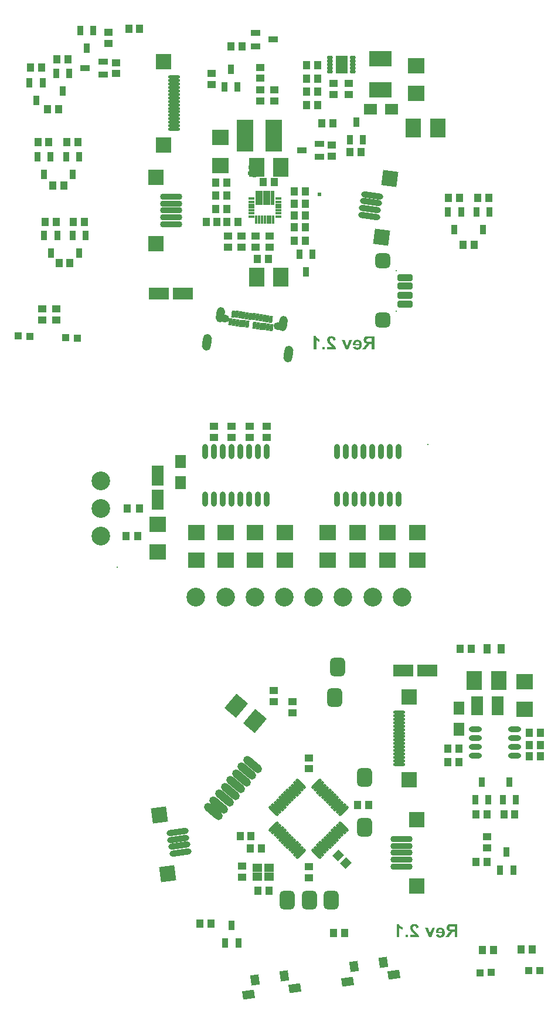
<source format=gbs>
G04 Layer_Color=16711935*
%FSLAX44Y44*%
%MOMM*%
G71*
G01*
G75*
%ADD40C,0.6096*%
%ADD95R,1.1032X1.3032*%
%ADD98R,1.3032X1.1032*%
%ADD106R,2.2032X2.7032*%
G04:AMPARAMS|DCode=110|XSize=0.5032mm|YSize=1.9032mm|CornerRadius=0mm|HoleSize=0mm|Usage=FLASHONLY|Rotation=135.000|XOffset=0mm|YOffset=0mm|HoleType=Round|Shape=Round|*
%AMOVALD110*
21,1,1.4000,0.5032,0.0000,0.0000,225.0*
1,1,0.5032,0.4950,0.4950*
1,1,0.5032,-0.4950,-0.4950*
%
%ADD110OVALD110*%

G04:AMPARAMS|DCode=111|XSize=0.5032mm|YSize=1.9032mm|CornerRadius=0mm|HoleSize=0mm|Usage=FLASHONLY|Rotation=45.000|XOffset=0mm|YOffset=0mm|HoleType=Round|Shape=Round|*
%AMOVALD111*
21,1,1.4000,0.5032,0.0000,0.0000,135.0*
1,1,0.5032,0.4950,-0.4950*
1,1,0.5032,-0.4950,0.4950*
%
%ADD111OVALD111*%

%ADD113R,0.9532X1.3532*%
%ADD114R,2.9532X1.7532*%
G04:AMPARAMS|DCode=118|XSize=1.9192mm|YSize=1.0612mm|CornerRadius=0mm|HoleSize=0mm|Usage=FLASHONLY|Rotation=352.000|XOffset=0mm|YOffset=0mm|HoleType=Round|Shape=Round|*
%AMOVALD118*
21,1,0.8580,1.0612,0.0000,0.0000,352.0*
1,1,1.0612,-0.4248,0.0597*
1,1,1.0612,0.4248,-0.0597*
%
%ADD118OVALD118*%

G04:AMPARAMS|DCode=119|XSize=2.2192mm|YSize=1.2112mm|CornerRadius=0mm|HoleSize=0mm|Usage=FLASHONLY|Rotation=82.000|XOffset=0mm|YOffset=0mm|HoleType=Round|Shape=Round|*
%AMOVALD119*
21,1,1.0080,1.2112,0.0000,0.0000,82.0*
1,1,1.2112,-0.0701,-0.4991*
1,1,1.2112,0.0701,0.4991*
%
%ADD119OVALD119*%

G04:AMPARAMS|DCode=120|XSize=2.4032mm|YSize=1.3032mm|CornerRadius=0mm|HoleSize=0mm|Usage=FLASHONLY|Rotation=82.000|XOffset=0mm|YOffset=0mm|HoleType=Round|Shape=Round|*
%AMOVALD120*
21,1,1.1000,1.3032,0.0000,0.0000,82.0*
1,1,1.3032,-0.0766,-0.5446*
1,1,1.3032,0.0766,0.5446*
%
%ADD120OVALD120*%

%ADD121C,0.7032*%
%ADD122C,0.2032*%
%ADD123C,2.7032*%
%ADD124O,3.2032X0.9032*%
%ADD125R,2.2032X2.2032*%
G04:AMPARAMS|DCode=126|XSize=2.2032mm|YSize=2.7032mm|CornerRadius=0mm|HoleSize=0mm|Usage=FLASHONLY|Rotation=140.000|XOffset=0mm|YOffset=0mm|HoleType=Round|Shape=Rectangle|*
%AMROTATEDRECTD126*
4,1,4,1.7127,0.3273,-0.0249,-1.7435,-1.7127,-0.3273,0.0249,1.7435,1.7127,0.3273,0.0*
%
%ADD126ROTATEDRECTD126*%

%ADD127O,1.9032X0.8032*%
%ADD128R,1.0032X1.4732*%
%ADD129R,1.5032X1.9032*%
%ADD130R,1.7032X2.7032*%
G04:AMPARAMS|DCode=131|XSize=1.2032mm|YSize=3.2032mm|CornerRadius=0mm|HoleSize=0mm|Usage=FLASHONLY|Rotation=230.000|XOffset=0mm|YOffset=0mm|HoleType=Round|Shape=Round|*
%AMOVALD131*
21,1,2.0000,1.2032,0.0000,0.0000,320.0*
1,1,1.2032,-0.7660,0.6428*
1,1,1.2032,0.7660,-0.6428*
%
%ADD131OVALD131*%

G04:AMPARAMS|DCode=132|XSize=1.2032mm|YSize=1.4732mm|CornerRadius=0mm|HoleSize=0mm|Usage=FLASHONLY|Rotation=188.000|XOffset=0mm|YOffset=0mm|HoleType=Round|Shape=Rectangle|*
%AMROTATEDRECTD132*
4,1,4,0.4932,0.8132,0.6983,-0.6457,-0.4932,-0.8132,-0.6983,0.6457,0.4932,0.8132,0.0*
%
%ADD132ROTATEDRECTD132*%

G04:AMPARAMS|DCode=133|XSize=1.2032mm|YSize=1.7032mm|CornerRadius=0mm|HoleSize=0mm|Usage=FLASHONLY|Rotation=98.000|XOffset=0mm|YOffset=0mm|HoleType=Round|Shape=Rectangle|*
%AMROTATEDRECTD133*
4,1,4,0.9270,-0.4772,-0.7596,-0.7143,-0.9270,0.4772,0.7596,0.7143,0.9270,-0.4772,0.0*
%
%ADD133ROTATEDRECTD133*%

%ADD134R,1.4032X1.2032*%
G04:AMPARAMS|DCode=135|XSize=1.3032mm|YSize=1.1032mm|CornerRadius=0mm|HoleSize=0mm|Usage=FLASHONLY|Rotation=225.000|XOffset=0mm|YOffset=0mm|HoleType=Round|Shape=Rectangle|*
%AMROTATEDRECTD135*
4,1,4,0.0707,0.8508,0.8508,0.0707,-0.0707,-0.8508,-0.8508,-0.0707,0.0707,0.8508,0.0*
%
%ADD135ROTATEDRECTD135*%

%ADD136O,1.7272X0.5032*%
%ADD137R,2.3532X2.3032*%
G04:AMPARAMS|DCode=138|XSize=2.2032mm|YSize=2.7032mm|CornerRadius=0.6016mm|HoleSize=0mm|Usage=FLASHONLY|Rotation=180.000|XOffset=0mm|YOffset=0mm|HoleType=Round|Shape=RoundedRectangle|*
%AMROUNDEDRECTD138*
21,1,2.2032,1.5000,0,0,180.0*
21,1,1.0000,2.7032,0,0,180.0*
1,1,1.2032,-0.5000,0.7500*
1,1,1.2032,0.5000,0.7500*
1,1,1.2032,0.5000,-0.7500*
1,1,1.2032,-0.5000,-0.7500*
%
%ADD138ROUNDEDRECTD138*%
%ADD139P,1.4187X4X137.0*%
%ADD140P,1.4187X4X138.0*%
G04:AMPARAMS|DCode=141|XSize=0.9032mm|YSize=3.2032mm|CornerRadius=0mm|HoleSize=0mm|Usage=FLASHONLY|Rotation=98.000|XOffset=0mm|YOffset=0mm|HoleType=Round|Shape=Round|*
%AMOVALD141*
21,1,2.3000,0.9032,0.0000,0.0000,188.0*
1,1,0.9032,1.1388,0.1600*
1,1,0.9032,-1.1388,-0.1600*
%
%ADD141OVALD141*%

%ADD142P,3.1158X4X143.0*%
%ADD143P,1.4187X4X311.0*%
%ADD144P,1.4187X4X312.0*%
%ADD145R,2.4532X4.6032*%
G04:AMPARAMS|DCode=146|XSize=1.0032mm|YSize=0.5032mm|CornerRadius=0mm|HoleSize=0mm|Usage=FLASHONLY|Rotation=82.000|XOffset=0mm|YOffset=0mm|HoleType=Round|Shape=Rectangle|*
%AMROTATEDRECTD146*
4,1,4,0.1793,-0.5317,-0.3190,-0.4617,-0.1793,0.5317,0.3190,0.4617,0.1793,-0.5317,0.0*
%
%ADD146ROTATEDRECTD146*%

%ADD147R,1.3532X0.9532*%
%ADD148R,3.2032X2.2032*%
%ADD149R,1.7932X2.6032*%
%ADD150O,0.8532X0.5532*%
%ADD151R,0.5032X2.0032*%
%ADD152R,0.8600X0.3600*%
%ADD153R,0.8600X0.4600*%
%ADD154R,0.3600X1.2100*%
%ADD155R,1.9032X1.5032*%
G04:AMPARAMS|DCode=156|XSize=1.0032mm|YSize=2.2032mm|CornerRadius=0.3016mm|HoleSize=0mm|Usage=FLASHONLY|Rotation=90.000|XOffset=0mm|YOffset=0mm|HoleType=Round|Shape=RoundedRectangle|*
%AMROUNDEDRECTD156*
21,1,1.0032,1.6000,0,0,90.0*
21,1,0.4000,2.2032,0,0,90.0*
1,1,0.6032,0.8000,0.2000*
1,1,0.6032,0.8000,-0.2000*
1,1,0.6032,-0.8000,-0.2000*
1,1,0.6032,-0.8000,0.2000*
%
%ADD156ROUNDEDRECTD156*%
G04:AMPARAMS|DCode=157|XSize=2.2032mm|YSize=2.2032mm|CornerRadius=0.6016mm|HoleSize=0mm|Usage=FLASHONLY|Rotation=90.000|XOffset=0mm|YOffset=0mm|HoleType=Round|Shape=RoundedRectangle|*
%AMROUNDEDRECTD157*
21,1,2.2032,1.0000,0,0,90.0*
21,1,1.0000,2.2032,0,0,90.0*
1,1,1.2032,0.5000,0.5000*
1,1,1.2032,0.5000,-0.5000*
1,1,1.2032,-0.5000,-0.5000*
1,1,1.2032,-0.5000,0.5000*
%
%ADD157ROUNDEDRECTD157*%
G04:AMPARAMS|DCode=158|XSize=0.9032mm|YSize=3.2032mm|CornerRadius=0mm|HoleSize=0mm|Usage=FLASHONLY|Rotation=262.000|XOffset=0mm|YOffset=0mm|HoleType=Round|Shape=Round|*
%AMOVALD158*
21,1,2.3000,0.9032,0.0000,0.0000,352.0*
1,1,0.9032,-1.1388,0.1600*
1,1,0.9032,1.1388,-0.1600*
%
%ADD158OVALD158*%

%ADD159P,3.1158X4X307.0*%
%ADD160R,1.7532X2.9532*%
%ADD161O,0.8032X2.2032*%
G36*
X510354Y1008221D02*
X510798Y1008193D01*
X511658Y1008054D01*
X512380Y1007832D01*
X512713Y1007721D01*
X513019Y1007582D01*
X513296Y1007471D01*
X513518Y1007332D01*
X513741Y1007221D01*
X513907Y1007138D01*
X514046Y1007027D01*
X514129Y1006971D01*
X514185Y1006943D01*
X514213Y1006916D01*
X514518Y1006638D01*
X514796Y1006360D01*
X515045Y1006027D01*
X515267Y1005666D01*
X515601Y1004945D01*
X515878Y1004250D01*
X515962Y1003890D01*
X516045Y1003584D01*
X516128Y1003307D01*
X516156Y1003057D01*
X516211Y1002835D01*
Y1002696D01*
X516239Y1002585D01*
Y1002557D01*
X512575Y1002196D01*
X512519Y1002751D01*
X512408Y1003223D01*
X512297Y1003640D01*
X512158Y1003945D01*
X512047Y1004195D01*
X511936Y1004361D01*
X511853Y1004473D01*
X511825Y1004500D01*
X511547Y1004722D01*
X511242Y1004889D01*
X510937Y1005028D01*
X510631Y1005111D01*
X510381Y1005167D01*
X510159Y1005194D01*
X509965D01*
X509548Y1005167D01*
X509188Y1005083D01*
X508882Y1004972D01*
X508605Y1004861D01*
X508410Y1004750D01*
X508244Y1004639D01*
X508160Y1004556D01*
X508133Y1004528D01*
X507910Y1004250D01*
X507744Y1003945D01*
X507633Y1003640D01*
X507550Y1003334D01*
X507494Y1003057D01*
X507466Y1002807D01*
Y1002668D01*
Y1002640D01*
Y1002613D01*
X507494Y1002196D01*
X507577Y1001807D01*
X507716Y1001419D01*
X507855Y1001086D01*
X507994Y1000780D01*
X508133Y1000558D01*
X508216Y1000419D01*
X508244Y1000364D01*
X508355Y1000197D01*
X508521Y1000003D01*
X508743Y999753D01*
X508965Y999531D01*
X509465Y999003D01*
X509965Y998476D01*
X510465Y997976D01*
X510687Y997754D01*
X510909Y997588D01*
X511075Y997421D01*
X511186Y997310D01*
X511270Y997227D01*
X511297Y997199D01*
X511853Y996671D01*
X512352Y996172D01*
X512825Y995700D01*
X513241Y995283D01*
X513630Y994867D01*
X513963Y994478D01*
X514268Y994145D01*
X514518Y993812D01*
X514740Y993534D01*
X514934Y993284D01*
X515101Y993090D01*
X515212Y992896D01*
X515323Y992785D01*
X515379Y992674D01*
X515434Y992618D01*
Y992590D01*
X515795Y991952D01*
X516073Y991285D01*
X516295Y990675D01*
X516461Y990119D01*
X516572Y989620D01*
X516600Y989426D01*
X516628Y989259D01*
X516656Y989120D01*
X516683Y989009D01*
Y988953D01*
Y988926D01*
X503774D01*
Y992340D01*
X511103D01*
X510881Y992701D01*
X510631Y993007D01*
X510520Y993146D01*
X510437Y993257D01*
X510381Y993312D01*
X510354Y993340D01*
X510243Y993451D01*
X510131Y993590D01*
X509798Y993895D01*
X509437Y994256D01*
X509077Y994617D01*
X508716Y994950D01*
X508410Y995228D01*
X508299Y995339D01*
X508216Y995422D01*
X508160Y995450D01*
X508133Y995478D01*
X507522Y996061D01*
X507022Y996533D01*
X506606Y996977D01*
X506273Y997310D01*
X506023Y997588D01*
X505856Y997782D01*
X505745Y997921D01*
X505717Y997948D01*
X505356Y998420D01*
X505051Y998865D01*
X504801Y999281D01*
X504607Y999642D01*
X504440Y999947D01*
X504329Y1000197D01*
X504274Y1000336D01*
X504246Y1000391D01*
X504079Y1000836D01*
X503968Y1001280D01*
X503885Y1001696D01*
X503829Y1002085D01*
X503802Y1002390D01*
X503774Y1002640D01*
Y1002807D01*
Y1002862D01*
X503802Y1003279D01*
X503857Y1003695D01*
X503913Y1004084D01*
X504024Y1004445D01*
X504301Y1005083D01*
X504579Y1005639D01*
X504746Y1005888D01*
X504884Y1006083D01*
X505023Y1006277D01*
X505162Y1006416D01*
X505273Y1006527D01*
X505329Y1006638D01*
X505384Y1006666D01*
X505412Y1006693D01*
X505717Y1006971D01*
X506078Y1007221D01*
X506411Y1007415D01*
X506800Y1007582D01*
X507522Y1007860D01*
X508244Y1008054D01*
X508577Y1008109D01*
X508882Y1008165D01*
X509160Y1008193D01*
X509410Y1008221D01*
X509604Y1008248D01*
X509882D01*
X510354Y1008221D01*
D02*
G37*
G36*
X487672Y1007610D02*
X488033Y1007027D01*
X488422Y1006471D01*
X488810Y1006027D01*
X489143Y1005666D01*
X489449Y1005389D01*
X489560Y1005278D01*
X489643Y1005194D01*
X489698Y1005167D01*
X489726Y1005139D01*
X490337Y1004695D01*
X490920Y1004306D01*
X491448Y1004001D01*
X491920Y1003779D01*
X492308Y1003612D01*
X492586Y1003473D01*
X492697Y1003445D01*
X492780Y1003418D01*
X492808Y1003390D01*
X492836D01*
Y1000058D01*
X491836Y1000447D01*
X490948Y1000863D01*
X490531Y1001086D01*
X490143Y1001335D01*
X489782Y1001557D01*
X489449Y1001780D01*
X489143Y1002002D01*
X488866Y1002196D01*
X488644Y1002363D01*
X488449Y1002529D01*
X488283Y1002668D01*
X488172Y1002751D01*
X488116Y1002807D01*
X488088Y1002835D01*
Y988926D01*
X484396D01*
Y1008248D01*
X487394D01*
X487672Y1007610D01*
D02*
G37*
G36*
X534035Y988926D02*
X530703D01*
X525179Y1002862D01*
X528954D01*
X531619Y995727D01*
X531786Y995311D01*
X531897Y994922D01*
X531953Y994784D01*
X531980Y994672D01*
X532008Y994589D01*
Y994561D01*
X532036Y994423D01*
X532091Y994256D01*
X532230Y993840D01*
X532286Y993673D01*
X532341Y993506D01*
X532369Y993395D01*
X532397Y993368D01*
X533146Y995727D01*
X535784Y1002862D01*
X539643D01*
X534035Y988926D01*
D02*
G37*
G36*
X547971Y1003140D02*
X548443Y1003084D01*
X548915Y1002973D01*
X549332Y1002862D01*
X549748Y1002723D01*
X550109Y1002557D01*
X550470Y1002363D01*
X550775Y1002196D01*
X551053Y1002002D01*
X551303Y1001807D01*
X551525Y1001641D01*
X551692Y1001502D01*
X551830Y1001391D01*
X551941Y1001280D01*
X551997Y1001224D01*
X552025Y1001197D01*
X552330Y1000808D01*
X552608Y1000391D01*
X552858Y999975D01*
X553080Y999531D01*
X553246Y999059D01*
X553385Y998615D01*
X553607Y997754D01*
X553690Y997338D01*
X553746Y996977D01*
X553774Y996644D01*
X553801Y996366D01*
X553829Y996116D01*
Y995922D01*
Y995811D01*
Y995783D01*
X553801Y995256D01*
X553774Y994728D01*
X553690Y994256D01*
X553607Y993812D01*
X553524Y993368D01*
X553385Y992979D01*
X553274Y992618D01*
X553135Y992285D01*
X553024Y991980D01*
X552885Y991730D01*
X552774Y991508D01*
X552691Y991313D01*
X552580Y991174D01*
X552524Y991063D01*
X552497Y991008D01*
X552469Y990980D01*
X552108Y990564D01*
X551747Y990203D01*
X551331Y989897D01*
X550886Y989620D01*
X550442Y989398D01*
X549998Y989203D01*
X549554Y989037D01*
X549110Y988926D01*
X548721Y988815D01*
X548332Y988759D01*
X547971Y988704D01*
X547666Y988648D01*
X547416D01*
X547250Y988620D01*
X547083D01*
X546278Y988676D01*
X545528Y988787D01*
X544890Y988953D01*
X544334Y989148D01*
X544085Y989259D01*
X543890Y989342D01*
X543696Y989426D01*
X543557Y989509D01*
X543446Y989592D01*
X543335Y989620D01*
X543307Y989675D01*
X543280D01*
X542752Y990119D01*
X542280Y990592D01*
X541892Y991119D01*
X541586Y991619D01*
X541336Y992063D01*
X541253Y992257D01*
X541170Y992424D01*
X541114Y992563D01*
X541059Y992674D01*
X541031Y992729D01*
Y992757D01*
X544696Y993368D01*
X544834Y993007D01*
X544973Y992674D01*
X545112Y992424D01*
X545279Y992202D01*
X545390Y992035D01*
X545501Y991924D01*
X545584Y991869D01*
X545612Y991841D01*
X545834Y991674D01*
X546084Y991563D01*
X546333Y991480D01*
X546555Y991424D01*
X546750Y991397D01*
X546916Y991369D01*
X547055D01*
X547499Y991397D01*
X547916Y991508D01*
X548304Y991646D01*
X548610Y991813D01*
X548860Y991980D01*
X549026Y992118D01*
X549165Y992229D01*
X549193Y992257D01*
X549471Y992618D01*
X549665Y993035D01*
X549832Y993479D01*
X549943Y993867D01*
X549998Y994256D01*
X550026Y994534D01*
X550054Y994645D01*
Y994728D01*
Y994784D01*
Y994811D01*
X540836D01*
Y995589D01*
X540892Y996283D01*
X540975Y996949D01*
X541086Y997560D01*
X541225Y998143D01*
X541364Y998643D01*
X541531Y999115D01*
X541697Y999531D01*
X541864Y999892D01*
X542030Y1000225D01*
X542169Y1000475D01*
X542308Y1000697D01*
X542419Y1000863D01*
X542502Y1001002D01*
X542558Y1001058D01*
X542585Y1001086D01*
X542919Y1001447D01*
X543307Y1001780D01*
X543696Y1002057D01*
X544085Y1002279D01*
X544501Y1002501D01*
X544918Y1002668D01*
X545306Y1002807D01*
X545695Y1002918D01*
X546056Y1003001D01*
X546389Y1003057D01*
X546694Y1003112D01*
X546944Y1003140D01*
X547166Y1003168D01*
X547472D01*
X547971Y1003140D01*
D02*
G37*
G36*
X572097Y988926D02*
X568210D01*
Y996949D01*
X566961D01*
X566572Y996921D01*
X566239Y996893D01*
X565961Y996838D01*
X565739Y996810D01*
X565600Y996755D01*
X565517Y996727D01*
X565489D01*
X565267Y996616D01*
X565045Y996505D01*
X564851Y996366D01*
X564656Y996255D01*
X564518Y996116D01*
X564407Y996005D01*
X564351Y995950D01*
X564323Y995922D01*
X564212Y995783D01*
X564073Y995644D01*
X563768Y995228D01*
X563435Y994784D01*
X563074Y994284D01*
X562769Y993840D01*
X562630Y993617D01*
X562519Y993451D01*
X562408Y993312D01*
X562324Y993201D01*
X562297Y993118D01*
X562269Y993090D01*
X559493Y988926D01*
X554829D01*
X557188Y992674D01*
X557438Y993062D01*
X557688Y993451D01*
X557910Y993784D01*
X558132Y994090D01*
X558327Y994367D01*
X558493Y994645D01*
X558826Y995061D01*
X559076Y995394D01*
X559243Y995616D01*
X559382Y995755D01*
X559409Y995783D01*
X559715Y996116D01*
X560076Y996422D01*
X560409Y996671D01*
X560742Y996921D01*
X561020Y997116D01*
X561242Y997254D01*
X561408Y997365D01*
X561436Y997393D01*
X561464D01*
X560992Y997477D01*
X560575Y997588D01*
X560187Y997699D01*
X559798Y997837D01*
X559465Y997976D01*
X559160Y998115D01*
X558854Y998254D01*
X558604Y998420D01*
X558382Y998559D01*
X558188Y998698D01*
X558021Y998837D01*
X557910Y998948D01*
X557799Y999031D01*
X557716Y999115D01*
X557688Y999142D01*
X557660Y999170D01*
X557438Y999448D01*
X557244Y999725D01*
X556911Y1000336D01*
X556689Y1000919D01*
X556550Y1001502D01*
X556439Y1002002D01*
X556411Y1002196D01*
Y1002390D01*
X556383Y1002529D01*
Y1002668D01*
Y1002723D01*
Y1002751D01*
X556411Y1003362D01*
X556522Y1003945D01*
X556661Y1004445D01*
X556800Y1004889D01*
X556966Y1005250D01*
X557105Y1005527D01*
X557161Y1005611D01*
X557216Y1005694D01*
X557244Y1005722D01*
Y1005750D01*
X557577Y1006222D01*
X557938Y1006610D01*
X558299Y1006916D01*
X558660Y1007193D01*
X558993Y1007360D01*
X559243Y1007499D01*
X559409Y1007582D01*
X559437Y1007610D01*
X559465D01*
X559743Y1007693D01*
X560048Y1007776D01*
X560742Y1007915D01*
X561492Y1007998D01*
X562213Y1008082D01*
X562574D01*
X562880Y1008109D01*
X563185D01*
X563435Y1008137D01*
X572097D01*
Y988926D01*
D02*
G37*
G36*
X500498D02*
X496806D01*
Y992618D01*
X500498D01*
Y988926D01*
D02*
G37*
G36*
X630224Y160583D02*
X630668Y160555D01*
X631529Y160417D01*
X632250Y160194D01*
X632583Y160083D01*
X632889Y159945D01*
X633166Y159833D01*
X633388Y159695D01*
X633611Y159584D01*
X633777Y159500D01*
X633916Y159389D01*
X633999Y159334D01*
X634055Y159306D01*
X634083Y159278D01*
X634388Y159001D01*
X634666Y158723D01*
X634915Y158390D01*
X635137Y158029D01*
X635471Y157307D01*
X635748Y156613D01*
X635832Y156252D01*
X635915Y155947D01*
X635998Y155669D01*
X636026Y155419D01*
X636082Y155197D01*
Y155058D01*
X636109Y154947D01*
Y154920D01*
X632445Y154559D01*
X632389Y155114D01*
X632278Y155586D01*
X632167Y156002D01*
X632028Y156308D01*
X631917Y156558D01*
X631806Y156724D01*
X631723Y156835D01*
X631695Y156863D01*
X631417Y157085D01*
X631112Y157252D01*
X630807Y157390D01*
X630501Y157474D01*
X630251Y157529D01*
X630029Y157557D01*
X629835D01*
X629418Y157529D01*
X629058Y157446D01*
X628752Y157335D01*
X628475Y157224D01*
X628280Y157113D01*
X628114Y157002D01*
X628030Y156918D01*
X628003Y156891D01*
X627781Y156613D01*
X627614Y156308D01*
X627503Y156002D01*
X627420Y155697D01*
X627364Y155419D01*
X627336Y155169D01*
Y155031D01*
Y155003D01*
Y154975D01*
X627364Y154559D01*
X627447Y154170D01*
X627586Y153781D01*
X627725Y153448D01*
X627864Y153143D01*
X628003Y152921D01*
X628086Y152782D01*
X628114Y152726D01*
X628225Y152560D01*
X628391Y152366D01*
X628613Y152116D01*
X628835Y151894D01*
X629335Y151366D01*
X629835Y150839D01*
X630335Y150339D01*
X630557Y150117D01*
X630779Y149950D01*
X630945Y149784D01*
X631057Y149672D01*
X631140Y149589D01*
X631167Y149562D01*
X631723Y149034D01*
X632223Y148534D01*
X632695Y148062D01*
X633111Y147646D01*
X633500Y147229D01*
X633833Y146841D01*
X634138Y146508D01*
X634388Y146174D01*
X634610Y145897D01*
X634804Y145647D01*
X634971Y145453D01*
X635082Y145258D01*
X635193Y145147D01*
X635249Y145036D01*
X635304Y144981D01*
Y144953D01*
X635665Y144314D01*
X635943Y143648D01*
X636165Y143037D01*
X636331Y142482D01*
X636442Y141982D01*
X636470Y141788D01*
X636498Y141622D01*
X636526Y141483D01*
X636553Y141372D01*
Y141316D01*
Y141288D01*
X623644D01*
Y144703D01*
X630973D01*
X630751Y145064D01*
X630501Y145369D01*
X630390Y145508D01*
X630307Y145619D01*
X630251Y145675D01*
X630224Y145703D01*
X630113Y145814D01*
X630001Y145952D01*
X629668Y146258D01*
X629308Y146619D01*
X628947Y146980D01*
X628586Y147313D01*
X628280Y147590D01*
X628169Y147701D01*
X628086Y147785D01*
X628030Y147812D01*
X628003Y147840D01*
X627392Y148423D01*
X626892Y148895D01*
X626476Y149339D01*
X626143Y149672D01*
X625893Y149950D01*
X625726Y150145D01*
X625615Y150283D01*
X625587Y150311D01*
X625226Y150783D01*
X624921Y151227D01*
X624671Y151644D01*
X624477Y152005D01*
X624310Y152310D01*
X624199Y152560D01*
X624144Y152699D01*
X624116Y152754D01*
X623949Y153198D01*
X623838Y153643D01*
X623755Y154059D01*
X623699Y154448D01*
X623672Y154753D01*
X623644Y155003D01*
Y155169D01*
Y155225D01*
X623672Y155641D01*
X623727Y156058D01*
X623783Y156447D01*
X623894Y156807D01*
X624171Y157446D01*
X624449Y158001D01*
X624616Y158251D01*
X624754Y158445D01*
X624893Y158640D01*
X625032Y158778D01*
X625143Y158890D01*
X625199Y159001D01*
X625254Y159028D01*
X625282Y159056D01*
X625587Y159334D01*
X625948Y159584D01*
X626281Y159778D01*
X626670Y159945D01*
X627392Y160222D01*
X628114Y160417D01*
X628447Y160472D01*
X628752Y160528D01*
X629030Y160555D01*
X629280Y160583D01*
X629474Y160611D01*
X629752D01*
X630224Y160583D01*
D02*
G37*
G36*
X607542Y159972D02*
X607903Y159389D01*
X608292Y158834D01*
X608680Y158390D01*
X609013Y158029D01*
X609319Y157751D01*
X609430Y157640D01*
X609513Y157557D01*
X609569Y157529D01*
X609596Y157501D01*
X610207Y157057D01*
X610790Y156669D01*
X611318Y156363D01*
X611790Y156141D01*
X612178Y155975D01*
X612456Y155836D01*
X612567Y155808D01*
X612650Y155780D01*
X612678Y155752D01*
X612706D01*
Y152421D01*
X611706Y152810D01*
X610818Y153226D01*
X610401Y153448D01*
X610013Y153698D01*
X609652Y153920D01*
X609319Y154142D01*
X609013Y154364D01*
X608736Y154559D01*
X608514Y154725D01*
X608319Y154892D01*
X608153Y155031D01*
X608042Y155114D01*
X607986Y155169D01*
X607958Y155197D01*
Y141288D01*
X604266D01*
Y160611D01*
X607264D01*
X607542Y159972D01*
D02*
G37*
G36*
X653905Y141288D02*
X650573D01*
X645049Y155225D01*
X648824D01*
X651489Y148090D01*
X651656Y147674D01*
X651767Y147285D01*
X651823Y147146D01*
X651850Y147035D01*
X651878Y146952D01*
Y146924D01*
X651906Y146785D01*
X651961Y146619D01*
X652100Y146202D01*
X652156Y146036D01*
X652211Y145869D01*
X652239Y145758D01*
X652267Y145730D01*
X653016Y148090D01*
X655654Y155225D01*
X659513D01*
X653905Y141288D01*
D02*
G37*
G36*
X667841Y155503D02*
X668313Y155447D01*
X668785Y155336D01*
X669202Y155225D01*
X669618Y155086D01*
X669979Y154920D01*
X670340Y154725D01*
X670645Y154559D01*
X670923Y154364D01*
X671173Y154170D01*
X671395Y154003D01*
X671562Y153865D01*
X671700Y153754D01*
X671811Y153643D01*
X671867Y153587D01*
X671895Y153559D01*
X672200Y153171D01*
X672478Y152754D01*
X672728Y152338D01*
X672950Y151894D01*
X673116Y151422D01*
X673255Y150977D01*
X673477Y150117D01*
X673560Y149700D01*
X673616Y149339D01*
X673644Y149006D01*
X673671Y148729D01*
X673699Y148479D01*
Y148284D01*
Y148173D01*
Y148146D01*
X673671Y147618D01*
X673644Y147091D01*
X673560Y146619D01*
X673477Y146174D01*
X673394Y145730D01*
X673255Y145342D01*
X673144Y144981D01*
X673005Y144648D01*
X672894Y144342D01*
X672755Y144092D01*
X672644Y143870D01*
X672561Y143676D01*
X672450Y143537D01*
X672394Y143426D01*
X672367Y143371D01*
X672339Y143343D01*
X671978Y142926D01*
X671617Y142565D01*
X671201Y142260D01*
X670756Y141982D01*
X670312Y141760D01*
X669868Y141566D01*
X669424Y141399D01*
X668980Y141288D01*
X668591Y141177D01*
X668202Y141122D01*
X667841Y141066D01*
X667536Y141011D01*
X667286D01*
X667120Y140983D01*
X666953D01*
X666148Y141039D01*
X665398Y141150D01*
X664760Y141316D01*
X664205Y141510D01*
X663955Y141622D01*
X663760Y141705D01*
X663566Y141788D01*
X663427Y141871D01*
X663316Y141955D01*
X663205Y141982D01*
X663177Y142038D01*
X663150D01*
X662622Y142482D01*
X662150Y142954D01*
X661761Y143482D01*
X661456Y143981D01*
X661206Y144425D01*
X661123Y144620D01*
X661040Y144786D01*
X660984Y144925D01*
X660929Y145036D01*
X660901Y145092D01*
Y145119D01*
X664566Y145730D01*
X664704Y145369D01*
X664843Y145036D01*
X664982Y144786D01*
X665148Y144564D01*
X665259Y144398D01*
X665371Y144287D01*
X665454Y144231D01*
X665482Y144203D01*
X665704Y144037D01*
X665954Y143926D01*
X666203Y143842D01*
X666425Y143787D01*
X666620Y143759D01*
X666786Y143731D01*
X666925D01*
X667370Y143759D01*
X667786Y143870D01*
X668175Y144009D01*
X668480Y144176D01*
X668730Y144342D01*
X668896Y144481D01*
X669035Y144592D01*
X669063Y144620D01*
X669341Y144981D01*
X669535Y145397D01*
X669702Y145841D01*
X669812Y146230D01*
X669868Y146619D01*
X669896Y146896D01*
X669924Y147007D01*
Y147091D01*
Y147146D01*
Y147174D01*
X660706D01*
Y147951D01*
X660762Y148645D01*
X660845Y149312D01*
X660956Y149922D01*
X661095Y150505D01*
X661234Y151005D01*
X661401Y151477D01*
X661567Y151894D01*
X661734Y152254D01*
X661900Y152588D01*
X662039Y152837D01*
X662178Y153060D01*
X662289Y153226D01*
X662372Y153365D01*
X662428Y153420D01*
X662456Y153448D01*
X662789Y153809D01*
X663177Y154142D01*
X663566Y154420D01*
X663955Y154642D01*
X664371Y154864D01*
X664788Y155031D01*
X665176Y155169D01*
X665565Y155281D01*
X665926Y155364D01*
X666259Y155419D01*
X666564Y155475D01*
X666814Y155503D01*
X667036Y155530D01*
X667342D01*
X667841Y155503D01*
D02*
G37*
G36*
X691967Y141288D02*
X688080D01*
Y149312D01*
X686831D01*
X686442Y149284D01*
X686109Y149256D01*
X685831Y149201D01*
X685609Y149173D01*
X685470Y149117D01*
X685387Y149089D01*
X685359D01*
X685137Y148979D01*
X684915Y148867D01*
X684721Y148729D01*
X684527Y148618D01*
X684388Y148479D01*
X684277Y148368D01*
X684221Y148312D01*
X684193Y148284D01*
X684082Y148146D01*
X683943Y148007D01*
X683638Y147590D01*
X683305Y147146D01*
X682944Y146646D01*
X682639Y146202D01*
X682500Y145980D01*
X682389Y145814D01*
X682278Y145675D01*
X682195Y145564D01*
X682167Y145480D01*
X682139Y145453D01*
X679363Y141288D01*
X674699D01*
X677058Y145036D01*
X677308Y145425D01*
X677558Y145814D01*
X677780Y146147D01*
X678002Y146452D01*
X678197Y146730D01*
X678363Y147007D01*
X678696Y147424D01*
X678946Y147757D01*
X679113Y147979D01*
X679252Y148118D01*
X679279Y148146D01*
X679585Y148479D01*
X679946Y148784D01*
X680279Y149034D01*
X680612Y149284D01*
X680890Y149478D01*
X681112Y149617D01*
X681278Y149728D01*
X681306Y149756D01*
X681334D01*
X680862Y149839D01*
X680445Y149950D01*
X680057Y150061D01*
X679668Y150200D01*
X679335Y150339D01*
X679030Y150478D01*
X678724Y150617D01*
X678474Y150783D01*
X678252Y150922D01*
X678058Y151061D01*
X677891Y151200D01*
X677780Y151311D01*
X677669Y151394D01*
X677586Y151477D01*
X677558Y151505D01*
X677530Y151533D01*
X677308Y151810D01*
X677114Y152088D01*
X676781Y152699D01*
X676559Y153282D01*
X676420Y153865D01*
X676309Y154364D01*
X676281Y154559D01*
Y154753D01*
X676253Y154892D01*
Y155031D01*
Y155086D01*
Y155114D01*
X676281Y155725D01*
X676392Y156308D01*
X676531Y156807D01*
X676670Y157252D01*
X676836Y157612D01*
X676975Y157890D01*
X677031Y157973D01*
X677086Y158057D01*
X677114Y158084D01*
Y158112D01*
X677447Y158584D01*
X677808Y158973D01*
X678169Y159278D01*
X678530Y159556D01*
X678863Y159722D01*
X679113Y159861D01*
X679279Y159945D01*
X679307Y159972D01*
X679335D01*
X679613Y160056D01*
X679918Y160139D01*
X680612Y160278D01*
X681362Y160361D01*
X682083Y160444D01*
X682444D01*
X682750Y160472D01*
X683055D01*
X683305Y160500D01*
X691967D01*
Y141288D01*
D02*
G37*
G36*
X620368D02*
X616676D01*
Y144981D01*
X620368D01*
Y141288D01*
D02*
G37*
%LPC*%
G36*
X547444Y1000336D02*
X547250D01*
X546833Y1000308D01*
X546472Y1000197D01*
X546139Y1000058D01*
X545862Y999920D01*
X545639Y999753D01*
X545473Y999614D01*
X545362Y999503D01*
X545334Y999475D01*
X545084Y999142D01*
X544862Y998754D01*
X544723Y998337D01*
X544612Y997948D01*
X544557Y997615D01*
X544529Y997310D01*
X544501Y997199D01*
Y997143D01*
Y997088D01*
Y997060D01*
X549998D01*
X549970Y997588D01*
X549887Y998059D01*
X549776Y998476D01*
X549609Y998809D01*
X549471Y999087D01*
X549332Y999281D01*
X549249Y999420D01*
X549221Y999448D01*
X548915Y999753D01*
X548582Y999975D01*
X548249Y1000114D01*
X547944Y1000225D01*
X547666Y1000281D01*
X547444Y1000336D01*
D02*
G37*
G36*
X568210Y1004889D02*
X563768D01*
X563518Y1004861D01*
X562907D01*
X562658Y1004834D01*
X562491D01*
X562408Y1004806D01*
X562380D01*
X562047Y1004722D01*
X561741Y1004611D01*
X561492Y1004500D01*
X561297Y1004361D01*
X561131Y1004223D01*
X560992Y1004139D01*
X560936Y1004056D01*
X560909Y1004028D01*
X560742Y1003806D01*
X560603Y1003529D01*
X560520Y1003279D01*
X560437Y1003029D01*
X560409Y1002807D01*
X560381Y1002640D01*
Y1002529D01*
Y1002474D01*
X560409Y1002168D01*
X560437Y1001891D01*
X560520Y1001641D01*
X560575Y1001419D01*
X560659Y1001252D01*
X560742Y1001141D01*
X560770Y1001058D01*
X560798Y1001030D01*
X560964Y1000836D01*
X561131Y1000669D01*
X561492Y1000419D01*
X561630Y1000336D01*
X561769Y1000281D01*
X561852Y1000225D01*
X561880D01*
X562019Y1000197D01*
X562241Y1000142D01*
X562463Y1000114D01*
X562713Y1000086D01*
X563296Y1000058D01*
X563879Y1000031D01*
X564434Y1000003D01*
X568210D01*
Y1004889D01*
D02*
G37*
G36*
X667314Y152699D02*
X667120D01*
X666703Y152671D01*
X666342Y152560D01*
X666009Y152421D01*
X665732Y152282D01*
X665509Y152116D01*
X665343Y151977D01*
X665232Y151866D01*
X665204Y151838D01*
X664954Y151505D01*
X664732Y151116D01*
X664593Y150700D01*
X664482Y150311D01*
X664427Y149978D01*
X664399Y149672D01*
X664371Y149562D01*
Y149506D01*
Y149451D01*
Y149423D01*
X669868D01*
X669840Y149950D01*
X669757Y150422D01*
X669646Y150839D01*
X669479Y151172D01*
X669341Y151449D01*
X669202Y151644D01*
X669118Y151783D01*
X669091Y151810D01*
X668785Y152116D01*
X668452Y152338D01*
X668119Y152477D01*
X667814Y152588D01*
X667536Y152643D01*
X667314Y152699D01*
D02*
G37*
G36*
X688080Y157252D02*
X683638D01*
X683388Y157224D01*
X682777D01*
X682528Y157196D01*
X682361D01*
X682278Y157168D01*
X682250D01*
X681917Y157085D01*
X681611Y156974D01*
X681362Y156863D01*
X681167Y156724D01*
X681001Y156585D01*
X680862Y156502D01*
X680806Y156419D01*
X680779Y156391D01*
X680612Y156169D01*
X680473Y155891D01*
X680390Y155641D01*
X680307Y155392D01*
X680279Y155169D01*
X680251Y155003D01*
Y154892D01*
Y154836D01*
X680279Y154531D01*
X680307Y154253D01*
X680390Y154003D01*
X680445Y153781D01*
X680529Y153615D01*
X680612Y153504D01*
X680640Y153420D01*
X680667Y153393D01*
X680834Y153198D01*
X681001Y153032D01*
X681362Y152782D01*
X681500Y152699D01*
X681639Y152643D01*
X681722Y152588D01*
X681750D01*
X681889Y152560D01*
X682111Y152504D01*
X682333Y152477D01*
X682583Y152449D01*
X683166Y152421D01*
X683749Y152393D01*
X684304Y152366D01*
X688080D01*
Y157252D01*
D02*
G37*
%LPD*%
D40*
X518967Y536288D02*
D03*
Y524288D02*
D03*
X398597Y1239926D02*
D03*
Y1246926D02*
D03*
X399097Y1254426D02*
D03*
X392347Y1251676D02*
D03*
X391847Y1243426D02*
D03*
X492847Y1212676D02*
D03*
D95*
X695967Y557288D02*
D03*
X711967D02*
D03*
X799635Y123620D02*
D03*
X783635D02*
D03*
X727967Y123288D02*
D03*
X743967D02*
D03*
X718967Y250288D02*
D03*
X734967D02*
D03*
X718967Y318288D02*
D03*
X734967D02*
D03*
X758967D02*
D03*
X774967D02*
D03*
X795967Y436288D02*
D03*
X811967D02*
D03*
X811967Y418288D02*
D03*
X795967D02*
D03*
X811967Y402288D02*
D03*
X795967D02*
D03*
X319967Y161288D02*
D03*
X335967D02*
D03*
X693967Y413288D02*
D03*
X677967D02*
D03*
X677967Y394288D02*
D03*
X693967D02*
D03*
X392967Y269288D02*
D03*
X408967D02*
D03*
X563967Y332288D02*
D03*
X547967D02*
D03*
X403967Y208288D02*
D03*
X419967D02*
D03*
X377967Y287288D02*
D03*
X393967D02*
D03*
X528967Y147288D02*
D03*
X512967D02*
D03*
X101847Y1287676D02*
D03*
X85847D02*
D03*
X474097Y1341176D02*
D03*
X490097D02*
D03*
X474097Y1379676D02*
D03*
X490097D02*
D03*
X737097Y1207926D02*
D03*
X721097D02*
D03*
X695097D02*
D03*
X679097D02*
D03*
X700097Y1139676D02*
D03*
X716097D02*
D03*
X490097Y1360426D02*
D03*
X474097D02*
D03*
X490097Y1399176D02*
D03*
X474097D02*
D03*
X364597Y1426426D02*
D03*
X380597D02*
D03*
X536847Y1273426D02*
D03*
X552847D02*
D03*
X512347Y1314926D02*
D03*
X496347D02*
D03*
X129597Y1407676D02*
D03*
X113597D02*
D03*
X91347Y1395426D02*
D03*
X75347D02*
D03*
X100097Y1335176D02*
D03*
X116097D02*
D03*
X359097Y1191926D02*
D03*
X343097D02*
D03*
X153097Y1172926D02*
D03*
X137097D02*
D03*
X375097Y1172676D02*
D03*
X359097D02*
D03*
X112597Y1172926D02*
D03*
X96597D02*
D03*
X116347Y1113926D02*
D03*
X132347D02*
D03*
X343097Y1229926D02*
D03*
X359097D02*
D03*
Y1210926D02*
D03*
X343097D02*
D03*
X472097Y1146176D02*
D03*
X456097D02*
D03*
Y1164926D02*
D03*
X472097D02*
D03*
X144097Y1287676D02*
D03*
X128097D02*
D03*
X123597Y1225676D02*
D03*
X107597Y1225675D02*
D03*
X328847Y1172676D02*
D03*
X344847D02*
D03*
X472097Y1198926D02*
D03*
X456097D02*
D03*
X472097Y1182426D02*
D03*
X456097D02*
D03*
X418847Y1119926D02*
D03*
X402847D02*
D03*
X427597Y1230176D02*
D03*
X411597D02*
D03*
X456097Y1217176D02*
D03*
X472097D02*
D03*
X217097Y1451176D02*
D03*
X233097D02*
D03*
X232838Y759506D02*
D03*
X215317D02*
D03*
X230338Y719506D02*
D03*
X212817D02*
D03*
D98*
X426967Y497288D02*
D03*
Y481288D02*
D03*
X734967Y286288D02*
D03*
Y270288D02*
D03*
X380967Y228288D02*
D03*
Y244288D02*
D03*
X476967Y227288D02*
D03*
Y243288D02*
D03*
Y400288D02*
D03*
Y384288D02*
D03*
X453967Y481288D02*
D03*
Y465288D02*
D03*
X406847Y1379926D02*
D03*
X406847Y1395926D02*
D03*
X407347Y1347426D02*
D03*
Y1363426D02*
D03*
X337097Y1386676D02*
D03*
Y1370676D02*
D03*
X427097Y1347176D02*
D03*
Y1363176D02*
D03*
X510347Y1267926D02*
D03*
Y1283926D02*
D03*
X360347Y1136176D02*
D03*
Y1152176D02*
D03*
X112097Y1047176D02*
D03*
Y1031176D02*
D03*
X91847Y1047176D02*
D03*
Y1031176D02*
D03*
X380347Y1152176D02*
D03*
Y1136176D02*
D03*
X420347Y1152176D02*
D03*
Y1136176D02*
D03*
X400347Y1152176D02*
D03*
Y1136176D02*
D03*
X535347Y1356926D02*
D03*
Y1372926D02*
D03*
X513347D02*
D03*
Y1356926D02*
D03*
X187847Y1446426D02*
D03*
Y1430426D02*
D03*
X199097Y1402676D02*
D03*
Y1386676D02*
D03*
X391827Y862007D02*
D03*
Y878007D02*
D03*
X416827Y862007D02*
D03*
Y878007D02*
D03*
X365827Y862007D02*
D03*
Y878007D02*
D03*
X339827Y862007D02*
D03*
Y878007D02*
D03*
D106*
X751467Y511287D02*
D03*
X716468Y511287D02*
D03*
X437096Y1093426D02*
D03*
X402097Y1093426D02*
D03*
X628346Y1307927D02*
D03*
X663345Y1307926D02*
D03*
X436847Y1251675D02*
D03*
X401848D02*
D03*
D110*
X527171Y323602D02*
D03*
X523636Y327138D02*
D03*
X520100Y330673D02*
D03*
X516565Y334209D02*
D03*
X513029Y337744D02*
D03*
X509494Y341280D02*
D03*
X505958Y344815D02*
D03*
X502423Y348351D02*
D03*
X498887Y351886D02*
D03*
X495351Y355422D02*
D03*
X491816Y358957D02*
D03*
X488280Y362493D02*
D03*
X426762Y300975D02*
D03*
X430298Y297439D02*
D03*
X433833Y293904D02*
D03*
X437369Y290368D02*
D03*
X440904Y286833D02*
D03*
X444440Y283297D02*
D03*
X447975Y279761D02*
D03*
X451511Y276226D02*
D03*
X455047Y272690D02*
D03*
X458582Y269155D02*
D03*
X462118Y265619D02*
D03*
X465653Y262084D02*
D03*
D111*
X488280D02*
D03*
X491816Y265619D02*
D03*
X495351Y269155D02*
D03*
X498887Y272690D02*
D03*
X502423Y276226D02*
D03*
X505958Y279761D02*
D03*
X509494Y283297D02*
D03*
X513029Y286833D02*
D03*
X516565Y290368D02*
D03*
X520100Y293904D02*
D03*
X523636Y297439D02*
D03*
X527171Y300975D02*
D03*
X465653Y362493D02*
D03*
X462118Y358957D02*
D03*
X458582Y355422D02*
D03*
X455046Y351886D02*
D03*
X451511Y348351D02*
D03*
X447975Y344815D02*
D03*
X444440Y341280D02*
D03*
X440904Y337744D02*
D03*
X437369Y334209D02*
D03*
X433833Y330673D02*
D03*
X430298Y327138D02*
D03*
X426762Y323602D02*
D03*
D113*
X772467Y238538D02*
D03*
X753467D02*
D03*
X762967Y264038D02*
D03*
X776467Y339538D02*
D03*
X757467D02*
D03*
X766967Y365038D02*
D03*
X736467Y339788D02*
D03*
X717467D02*
D03*
X726967Y365288D02*
D03*
X375467Y132788D02*
D03*
X356467D02*
D03*
X365967Y158288D02*
D03*
X73847Y1373676D02*
D03*
X92847D02*
D03*
X83347Y1348176D02*
D03*
X95097Y1153676D02*
D03*
X114097D02*
D03*
X104597Y1128176D02*
D03*
X555347Y1291426D02*
D03*
X536347D02*
D03*
X545847Y1316926D02*
D03*
X719097Y1187176D02*
D03*
X738097D02*
D03*
X728597Y1161676D02*
D03*
X678097Y1187176D02*
D03*
X697097D02*
D03*
X687597Y1161676D02*
D03*
X374097Y1367676D02*
D03*
X355097D02*
D03*
X364597Y1393176D02*
D03*
X112097Y1387426D02*
D03*
X131097D02*
D03*
X121597Y1361926D02*
D03*
X135847Y1153676D02*
D03*
X154847D02*
D03*
X145347Y1128176D02*
D03*
X463597Y1126426D02*
D03*
X482597D02*
D03*
X473097Y1100926D02*
D03*
X85097Y1266926D02*
D03*
X104097D02*
D03*
X94597Y1241426D02*
D03*
X126847Y1266926D02*
D03*
X145847D02*
D03*
X136347Y1241426D02*
D03*
X156347Y1423426D02*
D03*
X165847Y1448926D02*
D03*
X146847D02*
D03*
D114*
X613717Y526288D02*
D03*
X648217D02*
D03*
X260847Y1069176D02*
D03*
X295347D02*
D03*
D118*
X352626Y1034089D02*
D03*
X435630Y1022424D02*
D03*
D119*
X349663Y1038798D02*
D03*
X439777Y1026133D02*
D03*
D120*
X329728Y998985D02*
D03*
X447966Y982367D02*
D03*
D121*
X528347Y1407426D02*
D03*
X520847D02*
D03*
X524597Y1399926D02*
D03*
X528347Y1392426D02*
D03*
X520847D02*
D03*
D122*
X603347Y1044426D02*
D03*
Y1102926D02*
D03*
X649384Y851983D02*
D03*
X200807Y675079D02*
D03*
D123*
X176827Y719507D02*
D03*
X314327Y632007D02*
D03*
X176827Y799507D02*
D03*
Y759507D02*
D03*
X399327Y632007D02*
D03*
X441827D02*
D03*
X484327D02*
D03*
X526827D02*
D03*
X569327D02*
D03*
X356827D02*
D03*
X611827D02*
D03*
D124*
X610967Y253288D02*
D03*
Y273288D02*
D03*
Y283288D02*
D03*
Y263288D02*
D03*
Y243288D02*
D03*
X278597Y1209426D02*
D03*
Y1189426D02*
D03*
Y1169426D02*
D03*
Y1179426D02*
D03*
Y1199426D02*
D03*
D125*
X632967Y215288D02*
D03*
Y311288D02*
D03*
X622467Y368288D02*
D03*
X622467Y488288D02*
D03*
X267597Y1404176D02*
D03*
Y1284176D02*
D03*
X256597Y1141426D02*
D03*
Y1237426D02*
D03*
D126*
X399372Y453041D02*
D03*
X372561Y475538D02*
D03*
D127*
X774467Y441338D02*
D03*
Y428638D02*
D03*
Y415938D02*
D03*
Y403238D02*
D03*
X717467Y441338D02*
D03*
Y428638D02*
D03*
Y415938D02*
D03*
Y403238D02*
D03*
D128*
X734868Y557288D02*
D03*
X755068Y557287D02*
D03*
D129*
X693967Y471768D02*
D03*
Y441288D02*
D03*
X291827Y797007D02*
D03*
Y827487D02*
D03*
D130*
X719967Y475288D02*
D03*
X749967D02*
D03*
D131*
X396200Y390614D02*
D03*
X388037Y380886D02*
D03*
X379873Y371157D02*
D03*
X371710Y361428D02*
D03*
X363546Y351700D02*
D03*
X355383Y341971D02*
D03*
X347220Y332242D02*
D03*
X339056Y322513D02*
D03*
D132*
X441922Y86100D02*
D03*
X399836Y80185D02*
D03*
X584922Y105100D02*
D03*
X542836Y99185D02*
D03*
D133*
X457084Y68034D02*
D03*
X390241Y58640D02*
D03*
X600084Y87034D02*
D03*
X533241Y77640D02*
D03*
D134*
X419467Y228788D02*
D03*
X402467Y228788D02*
D03*
X419467Y241788D02*
D03*
X402467Y241788D02*
D03*
D135*
X530674Y247975D02*
D03*
X519360Y259288D02*
D03*
D136*
X607467Y390788D02*
D03*
Y395788D02*
D03*
Y400788D02*
D03*
X607467Y405788D02*
D03*
Y410788D02*
D03*
Y415788D02*
D03*
X607467Y420788D02*
D03*
Y425788D02*
D03*
Y430788D02*
D03*
Y435788D02*
D03*
X607467Y440788D02*
D03*
Y445788D02*
D03*
X607467Y450788D02*
D03*
Y455788D02*
D03*
Y460788D02*
D03*
Y465788D02*
D03*
X282597Y1381676D02*
D03*
Y1376676D02*
D03*
Y1371676D02*
D03*
Y1366676D02*
D03*
Y1361676D02*
D03*
Y1356676D02*
D03*
Y1351676D02*
D03*
Y1346676D02*
D03*
Y1341676D02*
D03*
Y1336676D02*
D03*
Y1331676D02*
D03*
Y1326676D02*
D03*
Y1321676D02*
D03*
Y1316676D02*
D03*
Y1311676D02*
D03*
Y1306676D02*
D03*
D137*
X788967Y470288D02*
D03*
Y510288D02*
D03*
X349847Y1294426D02*
D03*
X349847Y1254426D02*
D03*
X632597Y1357926D02*
D03*
X632597Y1397926D02*
D03*
X259327Y697007D02*
D03*
Y737007D02*
D03*
X504827Y685007D02*
D03*
Y725007D02*
D03*
X547827Y685007D02*
D03*
Y725007D02*
D03*
X633827Y685007D02*
D03*
Y725007D02*
D03*
X590827Y685007D02*
D03*
Y725007D02*
D03*
X399827Y685007D02*
D03*
Y725007D02*
D03*
X314827Y685007D02*
D03*
Y725007D02*
D03*
X442327Y685007D02*
D03*
Y725007D02*
D03*
X357327Y685007D02*
D03*
Y725007D02*
D03*
D138*
X557967Y300288D02*
D03*
Y372288D02*
D03*
X509967Y195288D02*
D03*
X477967D02*
D03*
X445967D02*
D03*
X518967Y531288D02*
D03*
X514967Y487288D02*
D03*
D139*
X794622Y93169D02*
D03*
X811111Y93745D02*
D03*
D140*
X724556Y89794D02*
D03*
X741034Y90658D02*
D03*
D141*
X287587Y293318D02*
D03*
X290371Y273512D02*
D03*
X291763Y263610D02*
D03*
X288979Y283415D02*
D03*
D142*
X261479Y317418D02*
D03*
X273309Y233246D02*
D03*
D143*
X126137Y1006077D02*
D03*
X142597Y1004926D02*
D03*
D144*
X57473Y1008877D02*
D03*
X73951Y1008014D02*
D03*
D145*
X426847Y1296926D02*
D03*
X385347D02*
D03*
D146*
X423329Y1020466D02*
D03*
X418377Y1021163D02*
D03*
X413426Y1021858D02*
D03*
X408474Y1022554D02*
D03*
X403523Y1023250D02*
D03*
X398572Y1023946D02*
D03*
X388669Y1025338D02*
D03*
X383718Y1026034D02*
D03*
X378767Y1026730D02*
D03*
X373815Y1027425D02*
D03*
X368864Y1028121D02*
D03*
X363912Y1028817D02*
D03*
X368058Y1040352D02*
D03*
X373009Y1039656D02*
D03*
X377961Y1038960D02*
D03*
X382912Y1038265D02*
D03*
X387863Y1037569D02*
D03*
X392815Y1036873D02*
D03*
X397766Y1036177D02*
D03*
X402718Y1035481D02*
D03*
X407669Y1034786D02*
D03*
X412620Y1034090D02*
D03*
X417571Y1033394D02*
D03*
X422523Y1032698D02*
D03*
D147*
X492347Y1285676D02*
D03*
Y1266676D02*
D03*
X466847Y1276176D02*
D03*
X400597Y1426426D02*
D03*
Y1445426D02*
D03*
X426097Y1435926D02*
D03*
X154347Y1394676D02*
D03*
X179847Y1385176D02*
D03*
Y1404176D02*
D03*
D148*
X580847Y1408176D02*
D03*
Y1363176D02*
D03*
D149*
X524597Y1399926D02*
D03*
D150*
X541097Y1389926D02*
D03*
X541097Y1394926D02*
D03*
Y1399926D02*
D03*
Y1404926D02*
D03*
X541097Y1409926D02*
D03*
X508097D02*
D03*
Y1404926D02*
D03*
Y1399926D02*
D03*
Y1394926D02*
D03*
Y1389926D02*
D03*
D151*
X424847Y1207676D02*
D03*
X419347Y1207676D02*
D03*
X402847Y1207676D02*
D03*
X408347Y1207676D02*
D03*
X413847Y1207676D02*
D03*
D152*
X433347Y1193676D02*
D03*
X433347Y1197676D02*
D03*
X433347Y1201676D02*
D03*
X394347D02*
D03*
Y1197676D02*
D03*
Y1193676D02*
D03*
X433347Y1189676D02*
D03*
Y1185676D02*
D03*
X394347Y1185676D02*
D03*
X394347Y1189676D02*
D03*
D153*
X433347Y1206676D02*
D03*
X394347D02*
D03*
X433347Y1180676D02*
D03*
X394347Y1180676D02*
D03*
D154*
X413847Y1175926D02*
D03*
X409597Y1176176D02*
D03*
X405347Y1176176D02*
D03*
X401347Y1176176D02*
D03*
X417847Y1175926D02*
D03*
X421847D02*
D03*
X425847D02*
D03*
D155*
X596337Y1335676D02*
D03*
X565857Y1335676D02*
D03*
D156*
X616347Y1092676D02*
D03*
Y1080176D02*
D03*
Y1067426D02*
D03*
Y1054676D02*
D03*
D157*
X583847Y1031176D02*
D03*
Y1117176D02*
D03*
D158*
X564301Y1181497D02*
D03*
X567085Y1201302D02*
D03*
X568476Y1211205D02*
D03*
X565693Y1191400D02*
D03*
D159*
X582755Y1151133D02*
D03*
X594585Y1235306D02*
D03*
D160*
X259327Y772257D02*
D03*
Y806757D02*
D03*
D161*
X327877Y841507D02*
D03*
X340577D02*
D03*
X353277Y841507D02*
D03*
X365977Y841507D02*
D03*
X378677D02*
D03*
X391377Y841507D02*
D03*
X404077Y841507D02*
D03*
X416777D02*
D03*
X327877Y773507D02*
D03*
X340577Y773507D02*
D03*
X353277Y773507D02*
D03*
X365977D02*
D03*
X378677D02*
D03*
X391377D02*
D03*
X404077Y773507D02*
D03*
X416777Y773507D02*
D03*
X517877Y841507D02*
D03*
X530577Y841507D02*
D03*
X543277Y841507D02*
D03*
X555977Y841507D02*
D03*
X568677Y841507D02*
D03*
X581377D02*
D03*
X594077Y841507D02*
D03*
X606777Y841507D02*
D03*
X517877Y773507D02*
D03*
X530577Y773507D02*
D03*
X543277Y773507D02*
D03*
X555977D02*
D03*
X568677D02*
D03*
X581377D02*
D03*
X594077Y773507D02*
D03*
X606777Y773507D02*
D03*
M02*

</source>
